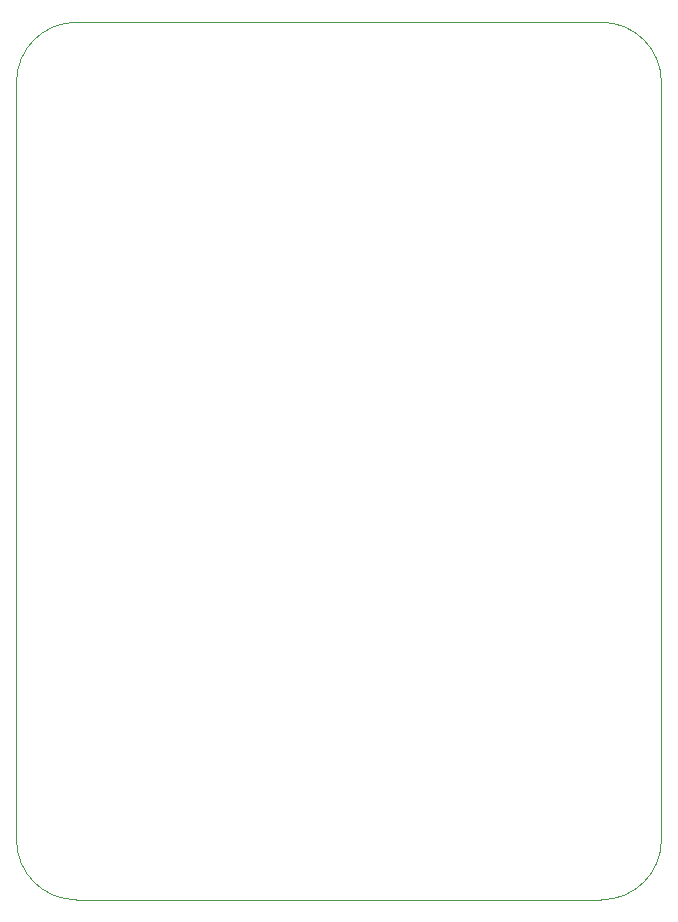
<source format=gbr>
G04 #@! TF.GenerationSoftware,KiCad,Pcbnew,5.1.5+dfsg1-2build2*
G04 #@! TF.CreationDate,2021-03-04T20:11:05+00:00*
G04 #@! TF.ProjectId,PicoMMC,5069636f-4d4d-4432-9e6b-696361645f70,rev?*
G04 #@! TF.SameCoordinates,Original*
G04 #@! TF.FileFunction,Profile,NP*
%FSLAX46Y46*%
G04 Gerber Fmt 4.6, Leading zero omitted, Abs format (unit mm)*
G04 Created by KiCad (PCBNEW 5.1.5+dfsg1-2build2) date 2021-03-04 20:11:05*
%MOMM*%
%LPD*%
G04 APERTURE LIST*
%ADD10C,0.050000*%
G04 APERTURE END LIST*
D10*
X109855000Y-133985000D02*
X109855000Y-69850000D01*
X159385000Y-139065000D02*
X114935000Y-139065000D01*
X164465000Y-69850000D02*
X164465000Y-133985000D01*
X114935000Y-64770000D02*
X159385000Y-64770000D01*
X114935000Y-139065000D02*
G75*
G02X109855000Y-133985000I0J5080000D01*
G01*
X109855000Y-69850000D02*
G75*
G02X114935000Y-64770000I5080000J0D01*
G01*
X164465000Y-133985000D02*
G75*
G02X159385000Y-139065000I-5080000J0D01*
G01*
X159385000Y-64770000D02*
G75*
G02X164465000Y-69850000I0J-5080000D01*
G01*
M02*

</source>
